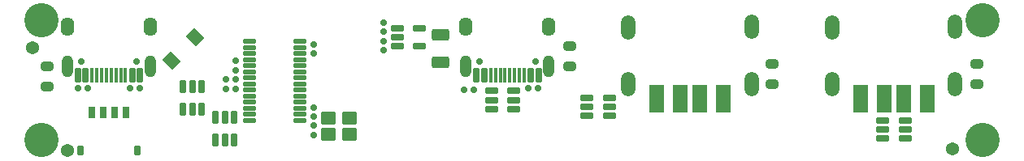
<source format=gbr>
%TF.GenerationSoftware,KiCad,Pcbnew,7.0.6*%
%TF.CreationDate,2023-09-19T22:06:04+01:00*%
%TF.ProjectId,MoonHub,4d6f6f6e-4875-4622-9e6b-696361645f70,rev?*%
%TF.SameCoordinates,Original*%
%TF.FileFunction,Soldermask,Top*%
%TF.FilePolarity,Negative*%
%FSLAX46Y46*%
G04 Gerber Fmt 4.6, Leading zero omitted, Abs format (unit mm)*
G04 Created by KiCad (PCBNEW 7.0.6) date 2023-09-19 22:06:04*
%MOMM*%
%LPD*%
G01*
G04 APERTURE LIST*
G04 Aperture macros list*
%AMRoundRect*
0 Rectangle with rounded corners*
0 $1 Rounding radius*
0 $2 $3 $4 $5 $6 $7 $8 $9 X,Y pos of 4 corners*
0 Add a 4 corners polygon primitive as box body*
4,1,4,$2,$3,$4,$5,$6,$7,$8,$9,$2,$3,0*
0 Add four circle primitives for the rounded corners*
1,1,$1+$1,$2,$3*
1,1,$1+$1,$4,$5*
1,1,$1+$1,$6,$7*
1,1,$1+$1,$8,$9*
0 Add four rect primitives between the rounded corners*
20,1,$1+$1,$2,$3,$4,$5,0*
20,1,$1+$1,$4,$5,$6,$7,0*
20,1,$1+$1,$6,$7,$8,$9,0*
20,1,$1+$1,$8,$9,$2,$3,0*%
G04 Aperture macros list end*
%ADD10RoundRect,0.256750X-0.381250X0.218750X-0.381250X-0.218750X0.381250X-0.218750X0.381250X0.218750X0*%
%ADD11RoundRect,0.288000X-0.650000X0.325000X-0.650000X-0.325000X0.650000X-0.325000X0.650000X0.325000X0*%
%ADD12RoundRect,0.178000X0.170000X-0.140000X0.170000X0.140000X-0.170000X0.140000X-0.170000X-0.140000X0*%
%ADD13C,0.726000*%
%ADD14RoundRect,0.098000X0.240000X0.665000X-0.240000X0.665000X-0.240000X-0.665000X0.240000X-0.665000X0*%
%ADD15RoundRect,0.098000X0.090000X0.665000X-0.090000X0.665000X-0.090000X-0.665000X0.090000X-0.665000X0*%
%ADD16O,1.176000X2.276000*%
%ADD17O,1.376000X1.976000*%
%ADD18RoundRect,0.178000X-0.170000X0.140000X-0.170000X-0.140000X0.170000X-0.140000X0.170000X0.140000X0*%
%ADD19C,1.376000*%
%ADD20RoundRect,0.173000X0.135000X0.185000X-0.135000X0.185000X-0.135000X-0.185000X0.135000X-0.185000X0*%
%ADD21RoundRect,0.173000X-0.135000X-0.185000X0.135000X-0.185000X0.135000X0.185000X-0.135000X0.185000X0*%
%ADD22RoundRect,0.038000X0.600000X0.200000X-0.600000X0.200000X-0.600000X-0.200000X0.600000X-0.200000X0*%
%ADD23RoundRect,0.100000X-0.250000X-0.400000X0.250000X-0.400000X0.250000X0.400000X-0.250000X0.400000X0*%
%ADD24RoundRect,0.125000X-0.250000X-0.475000X0.250000X-0.475000X0.250000X0.475000X-0.250000X0.475000X0*%
%ADD25RoundRect,0.038000X-0.700000X-0.600000X0.700000X-0.600000X0.700000X0.600000X-0.700000X0.600000X0*%
%ADD26RoundRect,0.038000X-0.070711X0.919239X-0.919239X0.070711X0.070711X-0.919239X0.919239X-0.070711X0*%
%ADD27RoundRect,0.188000X-0.475000X-0.150000X0.475000X-0.150000X0.475000X0.150000X-0.475000X0.150000X0*%
%ADD28C,3.576001*%
%ADD29RoundRect,0.256750X0.381250X-0.218750X0.381250X0.218750X-0.381250X0.218750X-0.381250X-0.218750X0*%
%ADD30RoundRect,0.038000X-0.700000X-1.400000X0.700000X-1.400000X0.700000X1.400000X-0.700000X1.400000X0*%
%ADD31O,1.476000X2.576000*%
%ADD32RoundRect,0.188000X-0.150000X0.475000X-0.150000X-0.475000X0.150000X-0.475000X0.150000X0.475000X0*%
%ADD33RoundRect,0.188000X0.150000X-0.475000X0.150000X0.475000X-0.150000X0.475000X-0.150000X-0.475000X0*%
%ADD34RoundRect,0.188000X-0.512500X-0.150000X0.512500X-0.150000X0.512500X0.150000X-0.512500X0.150000X0*%
G04 APERTURE END LIST*
D10*
%TO.C,FB4*%
X78100000Y-6550500D03*
X78100000Y-8675500D03*
%TD*%
D11*
%TO.C,C3*%
X43600000Y-3450000D03*
X43600000Y-6400000D03*
%TD*%
D12*
%TO.C,C9*%
X30365000Y-12037500D03*
X30365000Y-11077500D03*
%TD*%
D13*
%TO.C,USB3*%
X53432000Y-6250000D03*
X47652000Y-6250000D03*
D14*
X53767000Y-7695000D03*
X52992000Y-7695000D03*
D15*
X51792000Y-7695000D03*
X50792000Y-7695000D03*
X50292000Y-7695000D03*
X49292000Y-7695000D03*
D14*
X47317000Y-7695000D03*
X48092000Y-7695000D03*
D15*
X48792000Y-7695000D03*
X49792000Y-7695000D03*
X51292000Y-7695000D03*
X52292000Y-7695000D03*
D16*
X54862000Y-6780000D03*
D17*
X54862000Y-2600000D03*
D16*
X46222000Y-6780000D03*
D17*
X46222000Y-2600000D03*
%TD*%
D18*
%TO.C,C2*%
X37600000Y-2220000D03*
X37600000Y-3180000D03*
%TD*%
D10*
%TO.C,FB2*%
X99400000Y-6550500D03*
X99400000Y-8675500D03*
%TD*%
D18*
%TO.C,C4*%
X21200000Y-8170000D03*
X21200000Y-9130000D03*
%TD*%
D19*
%TO.C,H7*%
X96900000Y-15400000D03*
%TD*%
%TO.C,H6*%
X4700000Y-15600000D03*
%TD*%
D20*
%TO.C,R3*%
X53710000Y-9100000D03*
X52690000Y-9100000D03*
%TD*%
D21*
%TO.C,R4*%
X45990000Y-9200000D03*
X47010000Y-9200000D03*
%TD*%
D22*
%TO.C,U4*%
X28900000Y-12427500D03*
X28900000Y-11792500D03*
X28900000Y-11157500D03*
X28900000Y-10522500D03*
X28900000Y-9887500D03*
X28900000Y-9252500D03*
X28900000Y-8617500D03*
X28900000Y-7982500D03*
X28900000Y-7347500D03*
X28900000Y-6712500D03*
X28900000Y-6077500D03*
X28900000Y-5442500D03*
X28900000Y-4807500D03*
X28900000Y-4172500D03*
X23700000Y-4172500D03*
X23700000Y-4807500D03*
X23700000Y-5442500D03*
X23700000Y-6077500D03*
X23700000Y-6712500D03*
X23700000Y-7347500D03*
X23700000Y-7982500D03*
X23700000Y-8617500D03*
X23700000Y-9252500D03*
X23700000Y-9887500D03*
X23700000Y-10522500D03*
X23700000Y-11157500D03*
X23700000Y-11792500D03*
X23700000Y-12427500D03*
%TD*%
D23*
%TO.C,J1*%
X6050000Y-15600000D03*
D24*
X7200000Y-11600000D03*
X8400000Y-11600000D03*
X9600000Y-11600000D03*
X10800000Y-11600000D03*
D23*
X11950000Y-15600000D03*
%TD*%
D25*
%TO.C,Y1*%
X31915000Y-13877500D03*
X34115000Y-13877500D03*
X34115000Y-12177500D03*
X31915000Y-12177500D03*
%TD*%
D18*
%TO.C,C5*%
X22250000Y-8170000D03*
X22250000Y-9130000D03*
%TD*%
D26*
%TO.C,D1*%
X17952082Y-3747918D03*
X15547918Y-6152082D03*
%TD*%
D27*
%TO.C,U3*%
X48867000Y-9350000D03*
X48867000Y-10300000D03*
X48867000Y-11250000D03*
X51217000Y-11250000D03*
X51217000Y-10300000D03*
X51217000Y-9350000D03*
%TD*%
D21*
%TO.C,R1*%
X11203000Y-9100000D03*
X12223000Y-9100000D03*
%TD*%
D28*
%TO.C,H3*%
X2000000Y-14500000D03*
%TD*%
D12*
%TO.C,C7*%
X22250000Y-7180000D03*
X22250000Y-6220000D03*
%TD*%
D28*
%TO.C,H4*%
X100000000Y-14500000D03*
%TD*%
D13*
%TO.C,USB2*%
X11888000Y-6250000D03*
X6108000Y-6250000D03*
D14*
X12223000Y-7695000D03*
X11448000Y-7695000D03*
D15*
X10248000Y-7695000D03*
X9248000Y-7695000D03*
X8748000Y-7695000D03*
X7748000Y-7695000D03*
D14*
X5773000Y-7695000D03*
X6548000Y-7695000D03*
D15*
X7248000Y-7695000D03*
X8248000Y-7695000D03*
X9748000Y-7695000D03*
X10748000Y-7695000D03*
D16*
X13318000Y-6780000D03*
D17*
X13318000Y-2600000D03*
D16*
X4678000Y-6780000D03*
D17*
X4678000Y-2600000D03*
%TD*%
D29*
%TO.C,FB1*%
X2600000Y-8905000D03*
X2600000Y-6780000D03*
%TD*%
D12*
%TO.C,C1*%
X37600000Y-5130000D03*
X37600000Y-4170000D03*
%TD*%
D30*
%TO.C,USB4*%
X73062000Y-10149500D03*
X70563000Y-10149500D03*
X68561000Y-10149500D03*
X66062000Y-10149500D03*
D31*
X75963000Y-8675500D03*
X75963000Y-2673500D03*
X63161000Y-8675500D03*
X63161000Y-2724500D03*
%TD*%
D28*
%TO.C,H1*%
X100000000Y-2000000D03*
%TD*%
D27*
%TO.C,U2*%
X89617000Y-12450000D03*
X89617000Y-13400000D03*
X89617000Y-14350000D03*
X91967000Y-14350000D03*
X91967000Y-13400000D03*
X91967000Y-12450000D03*
%TD*%
D10*
%TO.C,FB3*%
X57000000Y-4655000D03*
X57000000Y-6780000D03*
%TD*%
D32*
%TO.C,U5*%
X18650000Y-8925000D03*
X17700000Y-8925000D03*
X16750000Y-8925000D03*
X16750000Y-11275000D03*
X17700000Y-11275000D03*
X18650000Y-11275000D03*
%TD*%
D28*
%TO.C,H2*%
X2000000Y-2000000D03*
%TD*%
D20*
%TO.C,R2*%
X6793000Y-9100000D03*
X5773000Y-9100000D03*
%TD*%
D33*
%TO.C,U7*%
X20150000Y-14475000D03*
X21100000Y-14475000D03*
X22050000Y-14475000D03*
X22050000Y-12125000D03*
X21100000Y-12125000D03*
X20150000Y-12125000D03*
%TD*%
D19*
%TO.C,H5*%
X1100000Y-4800000D03*
%TD*%
D34*
%TO.C,U1*%
X39112500Y-2800000D03*
X39112500Y-3750000D03*
X39112500Y-4700000D03*
X41387500Y-4700000D03*
X41387500Y-2800000D03*
%TD*%
D18*
%TO.C,C6*%
X30350000Y-4482500D03*
X30350000Y-5442500D03*
%TD*%
D27*
%TO.C,U6*%
X58825000Y-10050000D03*
X58825000Y-11000000D03*
X58825000Y-11950000D03*
X61175000Y-11950000D03*
X61175000Y-11000000D03*
X61175000Y-10050000D03*
%TD*%
D18*
%TO.C,C8*%
X30365000Y-12997500D03*
X30365000Y-13957500D03*
%TD*%
D30*
%TO.C,USB1*%
X94292000Y-10149500D03*
X91793000Y-10149500D03*
X89791000Y-10149500D03*
X87292000Y-10149500D03*
D31*
X97193000Y-8675500D03*
X97193000Y-2673500D03*
X84391000Y-8675500D03*
X84391000Y-2724500D03*
%TD*%
M02*

</source>
